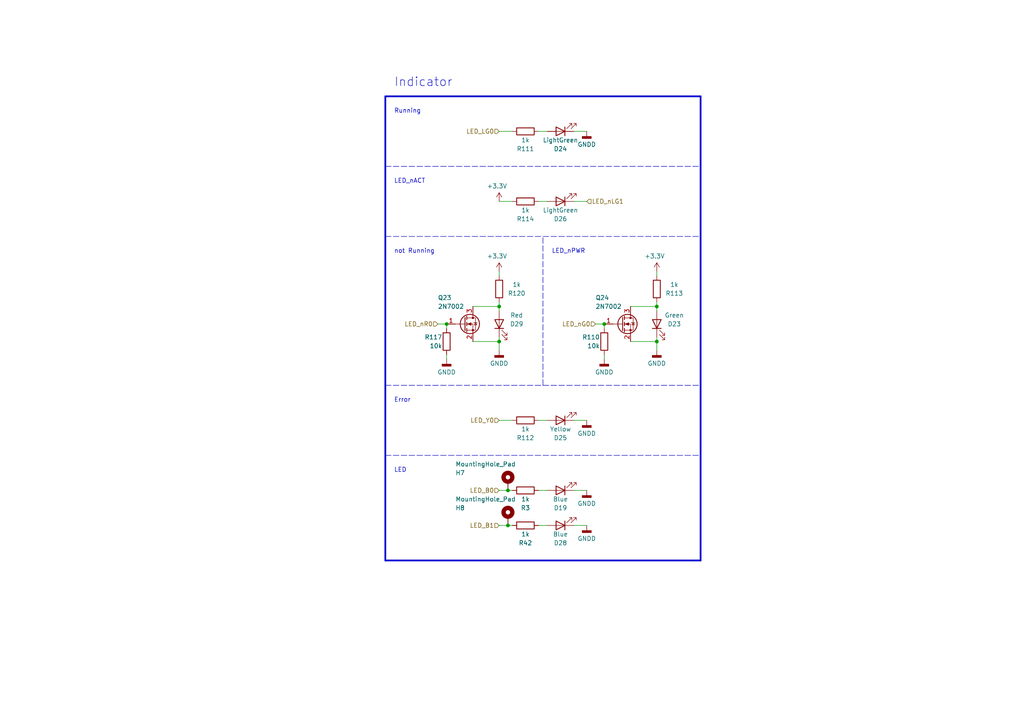
<source format=kicad_sch>
(kicad_sch (version 20230121) (generator eeschema)
  (paper "A4")
  (lib_symbols
    (symbol "Device:LED" (pin_numbers hide) (pin_names (offset 1.016) hide)
      (property "Reference" "D" (at 0 2.54 0))
      (property "Value" "LED" (at 0 -2.54 0))
      (symbol "LED_0_1"
        (polyline (pts (xy -1.27 -1.27) (xy -1.27 1.27)) (stroke (width 0.254)))
        (polyline (pts (xy -1.27 0) (xy 1.27 0)))
        (polyline (pts (xy 1.27 -1.27) (xy 1.27 1.27) (xy -1.27 0) (xy 1.27 -1.27)) (stroke (width 0.254)))
        (polyline (pts (xy -3.048 -0.762) (xy -4.572 -2.286) (xy -3.81 -2.286) (xy -4.572 -2.286) (xy -4.572 -1.524)))
        (polyline (pts (xy -1.778 -0.762) (xy -3.302 -2.286) (xy -2.54 -2.286) (xy -3.302 -2.286) (xy -3.302 -1.524)))
      )
      (symbol "LED_1_1"
        (pin passive line (at -3.81 0 0) (length 2.54) (name "K") (number "1"))
        (pin passive line (at 3.81 0 180) (length 2.54) (name "A") (number "2"))
      )
    )
    (symbol "Device:R" (pin_numbers hide) (pin_names (offset 0))
      (property "Reference" "R" (at 2.032 0 90))
      (property "Value" "R" (at 0 0 90))
      (symbol "R_0_1"
        (rectangle (start -1.016 -2.54) (end 1.016 2.54) (stroke (width 0.254)))
      )
      (symbol "R_1_1"
        (pin passive line (at 0 3.81 270) (length 1.27) (name "~") (number "1"))
        (pin passive line (at 0 -3.81 90) (length 1.27) (name "~") (number "2"))
      )
    )
    (symbol "Mechanical:MountingHole_Pad" (pin_numbers hide) (pin_names (offset 1.016) hide)
      (property "Reference" "H" (at 0 6.35 0))
      (property "Value" "MountingHole_Pad" (at 0 4.445 0))
      (symbol "MountingHole_Pad_0_1"
        (circle (center 0 1.27) (radius 1.27) (stroke (width 1.27)))
      )
      (symbol "MountingHole_Pad_1_1"
        (pin input line (at 0 -2.54 90) (length 2.54) (name "1") (number "1"))
      )
    )
    (symbol "Transistor_FET:2N7002" (pin_names hide)
      (property "Reference" "Q" (at 5.08 1.905 0))
      (property "Value" "2N7002" (at 5.08 0 0))
      (symbol "2N7002_0_1"
        (polyline (pts (xy 0.254 0) (xy -2.54 0)))
        (polyline (pts (xy 0.254 1.905) (xy 0.254 -1.905)) (stroke (width 0.254)))
        (polyline (pts (xy 0.762 -1.27) (xy 0.762 -2.286)) (stroke (width 0.254)))
        (polyline (pts (xy 0.762 0.508) (xy 0.762 -0.508)) (stroke (width 0.254)))
        (polyline (pts (xy 0.762 2.286) (xy 0.762 1.27)) (stroke (width 0.254)))
        (polyline (pts (xy 2.54 2.54) (xy 2.54 1.778)))
        (polyline (pts (xy 2.54 -2.54) (xy 2.54 0) (xy 0.762 0)))
        (polyline (pts (xy 0.762 -1.778) (xy 3.302 -1.778) (xy 3.302 1.778) (xy 0.762 1.778)))
        (polyline (pts (xy 1.016 0) (xy 2.032 0.381) (xy 2.032 -0.381) (xy 1.016 0)) (fill (type outline)))
        (polyline (pts (xy 2.794 0.508) (xy 2.921 0.381) (xy 3.683 0.381) (xy 3.81 0.254)))
        (polyline (pts (xy 3.302 0.381) (xy 2.921 -0.254) (xy 3.683 -0.254) (xy 3.302 0.381)))
        (circle (center 1.651 0) (radius 2.794) (stroke (width 0.254)))
        (circle (center 2.54 -1.778) (radius 0.254) (fill (type outline)))
        (circle (center 2.54 1.778) (radius 0.254) (fill (type outline)))
      )
      (symbol "2N7002_1_1"
        (pin input line (at -5.08 0 0) (length 2.54) (name "G") (number "1"))
        (pin passive line (at 2.54 -5.08 90) (length 2.54) (name "S") (number "2"))
        (pin passive line (at 2.54 5.08 270) (length 2.54) (name "D") (number "3"))
      )
    )
    (symbol "power:+3.3V" (power) (pin_names (offset 0))
      (property "Value" "+3.3V" (at 0 3.556 0))
      (symbol "+3.3V_0_1"
        (polyline (pts (xy -0.762 1.27) (xy 0 2.54)))
        (polyline (pts (xy 0 0) (xy 0 2.54)))
        (polyline (pts (xy 0 2.54) (xy 0.762 1.27)))
      )
      (symbol "+3.3V_1_1"
        (pin power_in line (at 0 0 90) (length 0) hide (name "+3.3V") (number "1"))
      )
    )
    (symbol "power:GNDD" (power) (pin_names (offset 0))
      (property "Value" "GNDD" (at 0 -3.175 0))
      (symbol "GNDD_0_1"
        (rectangle (start -1.27 -1.524) (end 1.27 -2.032) (stroke (width 0.254)) (fill (type outline)))
        (polyline (pts (xy 0 0) (xy 0 -1.524)))
      )
      (symbol "GNDD_1_1"
        (pin power_in line (at 0 0 270) (length 0) hide (name "GNDD") (number "1"))
      )
    )
  )
  (junction (at 190.5 88.9))
  (junction (at 144.78 88.9))
  (junction (at 147.32 152.4))
  (junction (at 129.54 93.98))
  (junction (at 144.78 99.06))
  (junction (at 175.26 93.98))
  (junction (at 147.32 142.24))
  (junction (at 190.5 99.06))
  (wire (pts (xy 137.16 99.06) (xy 144.78 99.06)))
  (wire (pts (xy 190.5 99.06) (xy 190.5 101.6)))
  (wire (pts (xy 144.78 78.74) (xy 144.78 80.01)))
  (polyline (pts (xy 111.76 111.76) (xy 203.2 111.76)) (stroke (width 0) (type dash)))
  (wire (pts (xy 156.21 58.42) (xy 158.75 58.42)))
  (wire (pts (xy 144.78 99.06) (xy 144.78 97.79)))
  (wire (pts (xy 190.5 88.9) (xy 190.5 90.17)))
  (wire (pts (xy 147.32 152.4) (xy 148.59 152.4)))
  (wire (pts (xy 175.26 102.87) (xy 175.26 104.14)))
  (wire (pts (xy 144.78 38.1) (xy 148.59 38.1)))
  (polyline (pts (xy 111.76 68.58) (xy 203.2 68.58)) (stroke (width 0) (type dash)))
  (wire (pts (xy 156.21 121.92) (xy 158.75 121.92)))
  (polyline (pts (xy 157.48 111.76) (xy 157.48 68.58)) (stroke (width 0) (type dash)))
  (polyline (pts (xy 111.76 162.56) (xy 203.2 162.56)) (stroke (width 0.5) (type solid)))
  (wire (pts (xy 190.5 87.63) (xy 190.5 88.9)))
  (wire (pts (xy 137.16 88.9) (xy 144.78 88.9)))
  (wire (pts (xy 156.21 142.24) (xy 158.75 142.24)))
  (wire (pts (xy 166.37 121.92) (xy 170.18 121.92)))
  (wire (pts (xy 190.5 78.74) (xy 190.5 80.01)))
  (wire (pts (xy 147.32 142.24) (xy 148.59 142.24)))
  (wire (pts (xy 182.88 99.06) (xy 190.5 99.06)))
  (wire (pts (xy 182.88 88.9) (xy 190.5 88.9)))
  (wire (pts (xy 166.37 142.24) (xy 170.18 142.24)))
  (wire (pts (xy 144.78 152.4) (xy 147.32 152.4)))
  (wire (pts (xy 172.72 93.98) (xy 175.26 93.98)))
  (wire (pts (xy 144.78 58.42) (xy 148.59 58.42)))
  (polyline (pts (xy 203.2 162.56) (xy 203.2 27.94)) (stroke (width 0.5) (type solid)))
  (wire (pts (xy 166.37 58.42) (xy 170.18 58.42)))
  (wire (pts (xy 129.54 102.87) (xy 129.54 104.14)))
  (polyline (pts (xy 111.76 132.08) (xy 203.2 132.08)) (stroke (width 0) (type dash)))
  (polyline (pts (xy 111.76 162.56) (xy 111.76 27.94)) (stroke (width 0.5) (type solid)))
  (wire (pts (xy 144.78 142.24) (xy 147.32 142.24)))
  (wire (pts (xy 156.21 38.1) (xy 158.75 38.1)))
  (wire (pts (xy 175.26 93.98) (xy 175.26 95.25)))
  (wire (pts (xy 156.21 152.4) (xy 158.75 152.4)))
  (wire (pts (xy 129.54 93.98) (xy 129.54 95.25)))
  (wire (pts (xy 144.78 88.9) (xy 144.78 90.17)))
  (polyline (pts (xy 111.76 48.26) (xy 203.2 48.26)) (stroke (width 0) (type dash)))
  (wire (pts (xy 127 93.98) (xy 129.54 93.98)))
  (wire (pts (xy 144.78 99.06) (xy 144.78 101.6)))
  (wire (pts (xy 144.78 87.63) (xy 144.78 88.9)))
  (polyline (pts (xy 111.76 27.94) (xy 203.2 27.94)) (stroke (width 0.5) (type solid)))
  (wire (pts (xy 190.5 99.06) (xy 190.5 97.79)))
  (wire (pts (xy 166.37 38.1) (xy 170.18 38.1)))
  (wire (pts (xy 144.78 121.92) (xy 148.59 121.92)))
  (wire (pts (xy 166.37 152.4) (xy 170.18 152.4)))
  (text "LED_nPWR" (at 160.02 73.66 0) (effects (font (size 1.27 1.27)) (justify left bottom)))
  (text "not Running" (at 114.3 73.66 0) (effects (font (size 1.27 1.27)) (justify left bottom)))
  (text "Error" (at 114.3 116.84 0) (effects (font (size 1.27 1.27)) (justify left bottom)))
  (text "Running" (at 114.3 33.02 0) (effects (font (size 1.27 1.27)) (justify left bottom)))
  (text "LED_nACT" (at 114.3 53.34 0) (effects (font (size 1.27 1.27)) (justify left bottom)))
  (text "LED" (at 114.3 137.16 0) (effects (font (size 1.27 1.27)) (justify left bottom)))
  (text "Indicator" (at 114.3 25.4 0) (effects (font (size 2.54 2.54)) (justify left bottom)))
  (hierarchical_label "LED_LG0" (shape input) (at 144.78 38.1 180))
  (hierarchical_label "LED_B1" (shape input) (at 144.78 152.4 180))
  (hierarchical_label "LED_nR0" (shape input) (at 127 93.98 180))
  (hierarchical_label "LED_nG0" (shape input) (at 172.72 93.98 180))
  (hierarchical_label "LED_nLG1" (shape input) (at 170.18 58.42 0))
  (hierarchical_label "LED_B0" (shape input) (at 144.78 142.24 180))
  (hierarchical_label "LED_Y0" (shape input) (at 144.78 121.92 180))
  (symbol (lib_id "Device:LED") (at 162.56 152.4 180) (unit 1)
    (property "Reference" "D28" (at 162.56 157.48 0))
    (property "Value" "Blue" (at 162.56 154.94 0))
    (property "Footprint" "LED_SMD:LED_0603_1608Metric_Pad1.05x0.95mm_HandSolder" (effects hide))
  )
  (symbol (lib_id "power:+3.3V") (at 190.5 78.74 0) (unit 1)
    (property "Reference" "#PWR0144" (effects hide))
    (property "Value" "+3.3V" (at 189.865 74.295 0))
  )
  (symbol (lib_id "Device:LED") (at 162.56 58.42 180) (unit 1)
    (property "Reference" "D26" (at 162.56 63.5 0))
    (property "Value" "LightGreen" (at 162.56 60.96 0))
    (property "Footprint" "LED_SMD:LED_0603_1608Metric_Pad1.05x0.95mm_HandSolder" (effects hide))
  )
  (symbol (lib_id "power:GNDD") (at 144.78 101.6 0) (unit 1)
    (property "Reference" "#PWR0157" (effects hide))
    (property "Value" "GNDD" (at 144.78 105.41 0))
  )
  (symbol (lib_id "power:GNDD") (at 170.18 121.92 0) (unit 1)
    (property "Reference" "#PWR0147" (effects hide))
    (property "Value" "GNDD" (at 170.18 125.73 0))
  )
  (symbol (lib_id "Device:LED") (at 162.56 38.1 180) (unit 1)
    (property "Reference" "D24" (at 162.56 43.18 0))
    (property "Value" "LightGreen" (at 162.56 40.64 0))
    (property "Footprint" "LED_SMD:LED_0603_1608Metric_Pad1.05x0.95mm_HandSolder" (effects hide))
  )
  (symbol (lib_id "Device:R") (at 152.4 142.24 270) (mirror x) (unit 1)
    (property "Reference" "R3" (at 152.4 147.32 90))
    (property "Value" "1k" (at 152.4 144.78 90))
    (property "Footprint" "Resistor_SMD:R_0402_1005Metric" (effects hide))
  )
  (symbol (lib_id "Device:R") (at 152.4 58.42 270) (mirror x) (unit 1)
    (property "Reference" "R114" (at 152.4 63.5 90))
    (property "Value" "1k" (at 152.4 60.96 90))
    (property "Footprint" "Resistor_SMD:R_0402_1005Metric" (effects hide))
  )
  (symbol (lib_id "power:+3.3V") (at 144.78 58.42 0) (unit 1)
    (property "Reference" "#PWR0148" (effects hide))
    (property "Value" "+3.3V" (at 144.145 53.975 0))
  )
  (symbol (lib_id "Device:LED") (at 162.56 142.24 180) (unit 1)
    (property "Reference" "D19" (at 162.56 147.32 0))
    (property "Value" "Blue" (at 162.56 144.78 0))
    (property "Footprint" "LED_SMD:LED_0603_1608Metric_Pad1.05x0.95mm_HandSolder" (effects hide))
  )
  (symbol (lib_id "Transistor_FET:2N7002") (at 134.62 93.98 0) (unit 1)
    (property "Reference" "Q23" (at 127 86.36 0) (effects (justify left)))
    (property "Value" "2N7002" (at 127 88.9 0) (effects (justify left)))
    (property "Footprint" "Package_TO_SOT_SMD:SOT-23" (effects hide))
    (property "Datasheet" "https://www.onsemi.com/pub/Collateral/NDS7002A-D.PDF" (effects hide))
  )
  (symbol (lib_id "Device:LED") (at 190.5 93.98 90) (unit 1)
    (property "Reference" "D23" (at 195.58 93.98 90))
    (property "Value" "Green" (at 195.58 91.44 90))
    (property "Footprint" "LED_SMD:LED_0603_1608Metric_Pad1.05x0.95mm_HandSolder" (effects hide))
  )
  (symbol (lib_id "Device:R") (at 144.78 83.82 0) (mirror y) (unit 1)
    (property "Reference" "R120" (at 149.86 85.09 0))
    (property "Value" "1k" (at 149.86 82.55 0))
    (property "Footprint" "Resistor_SMD:R_0402_1005Metric" (effects hide))
  )
  (symbol (lib_id "power:GNDD") (at 175.26 104.14 0) (unit 1)
    (property "Reference" "#PWR0143" (effects hide))
    (property "Value" "GNDD" (at 175.26 107.95 0))
  )
  (symbol (lib_id "Device:LED") (at 162.56 121.92 180) (unit 1)
    (property "Reference" "D25" (at 162.56 127 0))
    (property "Value" "Yellow" (at 162.56 124.46 0))
    (property "Footprint" "LED_SMD:LED_0603_1608Metric_Pad1.05x0.95mm_HandSolder" (effects hide))
  )
  (symbol (lib_id "Device:LED") (at 144.78 93.98 90) (unit 1)
    (property "Reference" "D29" (at 149.86 93.98 90))
    (property "Value" "Red" (at 149.86 91.44 90))
    (property "Footprint" "LED_SMD:LED_0603_1608Metric_Pad1.05x0.95mm_HandSolder" (effects hide))
  )
  (symbol (lib_id "Device:R") (at 190.5 83.82 0) (mirror y) (unit 1)
    (property "Reference" "R113" (at 195.58 85.09 0))
    (property "Value" "1k" (at 195.58 82.55 0))
    (property "Footprint" "Resistor_SMD:R_0402_1005Metric" (effects hide))
  )
  (symbol (lib_id "Mechanical:MountingHole_Pad") (at 147.32 139.7 0) (mirror y) (unit 1)
    (property "Reference" "H7" (at 132.08 137.16 0) (effects (justify right)))
    (property "Value" "MountingHole_Pad" (at 132.08 134.62 0) (effects (justify right)))
    (property "Footprint" "TestPoint:TestPoint_Pad_1.0x1.0mm" (effects hide))
  )
  (symbol (lib_id "Mechanical:MountingHole_Pad") (at 147.32 149.86 0) (mirror y) (unit 1)
    (property "Reference" "H8" (at 132.08 147.32 0) (effects (justify right)))
    (property "Value" "MountingHole_Pad" (at 132.08 144.78 0) (effects (justify right)))
    (property "Footprint" "TestPoint:TestPoint_Pad_1.0x1.0mm" (effects hide))
  )
  (symbol (lib_id "power:GNDD") (at 190.5 101.6 0) (unit 1)
    (property "Reference" "#PWR0145" (effects hide))
    (property "Value" "GNDD" (at 190.5 105.41 0))
  )
  (symbol (lib_id "Device:R") (at 129.54 99.06 0) (mirror y) (unit 1)
    (property "Reference" "R117" (at 128.27 97.79 0) (effects (justify left)))
    (property "Value" "10k" (at 128.27 100.33 0) (effects (justify left)))
    (property "Footprint" "Resistor_SMD:R_0402_1005Metric" (effects hide))
  )
  (symbol (lib_id "power:GNDD") (at 170.18 152.4 0) (unit 1)
    (property "Reference" "#PWR09" (effects hide))
    (property "Value" "GNDD" (at 170.18 156.21 0))
  )
  (symbol (lib_id "Device:R") (at 152.4 152.4 270) (mirror x) (unit 1)
    (property "Reference" "R42" (at 152.4 157.48 90))
    (property "Value" "1k" (at 152.4 154.94 90))
    (property "Footprint" "Resistor_SMD:R_0402_1005Metric" (effects hide))
  )
  (symbol (lib_id "power:GNDD") (at 170.18 142.24 0) (unit 1)
    (property "Reference" "#PWR08" (effects hide))
    (property "Value" "GNDD" (at 170.18 146.05 0))
  )
  (symbol (lib_id "Device:R") (at 175.26 99.06 0) (mirror y) (unit 1)
    (property "Reference" "R110" (at 173.99 97.79 0) (effects (justify left)))
    (property "Value" "10k" (at 173.99 100.33 0) (effects (justify left)))
    (property "Footprint" "Resistor_SMD:R_0402_1005Metric" (effects hide))
  )
  (symbol (lib_id "power:GNDD") (at 170.18 38.1 0) (unit 1)
    (property "Reference" "#PWR0146" (effects hide))
    (property "Value" "GNDD" (at 170.18 41.91 0))
  )
  (symbol (lib_id "power:+3.3V") (at 144.78 78.74 0) (unit 1)
    (property "Reference" "#PWR0156" (effects hide))
    (property "Value" "+3.3V" (at 144.145 74.295 0))
  )
  (symbol (lib_id "Transistor_FET:2N7002") (at 180.34 93.98 0) (unit 1)
    (property "Reference" "Q24" (at 172.72 86.36 0) (effects (justify left)))
    (property "Value" "2N7002" (at 172.72 88.9 0) (effects (justify left)))
    (property "Footprint" "Package_TO_SOT_SMD:SOT-23" (effects hide))
    (property "Datasheet" "https://www.onsemi.com/pub/Collateral/NDS7002A-D.PDF" (effects hide))
  )
  (symbol (lib_id "Device:R") (at 152.4 121.92 270) (mirror x) (unit 1)
    (property "Reference" "R112" (at 152.4 127 90))
    (property "Value" "1k" (at 152.4 124.46 90))
    (property "Footprint" "Resistor_SMD:R_0402_1005Metric" (effects hide))
  )
  (symbol (lib_id "Device:R") (at 152.4 38.1 270) (mirror x) (unit 1)
    (property "Reference" "R111" (at 152.4 43.18 90))
    (property "Value" "1k" (at 152.4 40.64 90))
    (property "Footprint" "Resistor_SMD:R_0402_1005Metric" (effects hide))
  )
  (symbol (lib_id "power:GNDD") (at 129.54 104.14 0) (unit 1)
    (property "Reference" "#PWR0153" (effects hide))
    (property "Value" "GNDD" (at 129.54 107.95 0))
  )
)
</source>
